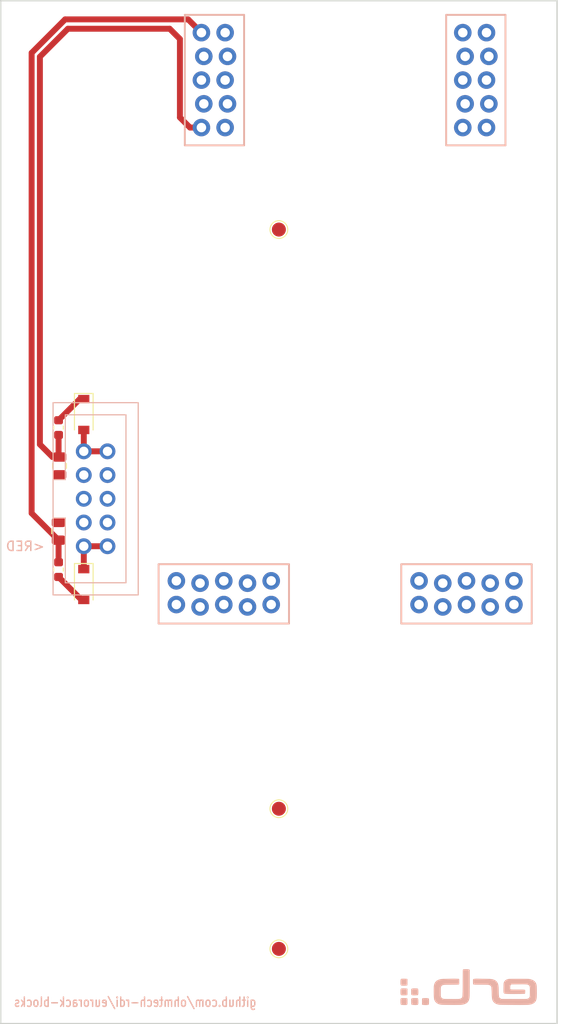
<source format=kicad_pcb>
(kicad_pcb (version 20171130) (host pcbnew "(5.1.9-0-10_14)")

  (general
    (thickness 1.6)
    (drawings 45)
    (tracks 25)
    (zones 0)
    (modules 16)
    (nets 43)
  )

  (page A4)
  (layers
    (0 F.Cu signal)
    (31 B.Cu signal)
    (32 B.Adhes user)
    (33 F.Adhes user)
    (34 B.Paste user)
    (35 F.Paste user)
    (36 B.SilkS user)
    (37 F.SilkS user)
    (38 B.Mask user)
    (39 F.Mask user)
    (40 Dwgs.User user)
    (41 Cmts.User user)
    (42 Eco1.User user)
    (43 Eco2.User user)
    (44 Edge.Cuts user)
    (45 Margin user)
    (46 B.CrtYd user hide)
    (47 F.CrtYd user)
    (48 B.Fab user hide)
    (49 F.Fab user hide)
  )

  (setup
    (last_trace_width 0.1524)
    (user_trace_width 0.1524)
    (user_trace_width 0.2032)
    (user_trace_width 0.254)
    (user_trace_width 0.3048)
    (user_trace_width 0.3556)
    (user_trace_width 0.4064)
    (user_trace_width 0.635)
    (trace_clearance 0.1524)
    (zone_clearance 0.508)
    (zone_45_only no)
    (trace_min 0.1524)
    (via_size 0.6858)
    (via_drill 0.3048)
    (via_min_size 0.6858)
    (via_min_drill 0.3048)
    (uvia_size 0.3048)
    (uvia_drill 0.1524)
    (uvias_allowed no)
    (uvia_min_size 0.2)
    (uvia_min_drill 0.1)
    (edge_width 0.15)
    (segment_width 0.15)
    (pcb_text_width 0.3)
    (pcb_text_size 1.5 1.5)
    (mod_edge_width 0.15)
    (mod_text_size 1 1)
    (mod_text_width 0.15)
    (pad_size 1.5 1.5)
    (pad_drill 0)
    (pad_to_mask_clearance 0.03)
    (solder_mask_min_width 0.07)
    (aux_axis_origin 0 0)
    (grid_origin 0.5 9.5)
    (visible_elements FFFFFF7F)
    (pcbplotparams
      (layerselection 0x010fc_ffffffff)
      (usegerberextensions false)
      (usegerberattributes false)
      (usegerberadvancedattributes false)
      (creategerberjobfile false)
      (excludeedgelayer true)
      (linewidth 0.100000)
      (plotframeref false)
      (viasonmask false)
      (mode 1)
      (useauxorigin false)
      (hpglpennumber 1)
      (hpglpenspeed 20)
      (hpglpendiameter 15.000000)
      (psnegative false)
      (psa4output false)
      (plotreference true)
      (plotvalue true)
      (plotinvisibletext false)
      (padsonsilk false)
      (subtractmaskfromsilk false)
      (outputformat 1)
      (mirror false)
      (drillshape 1)
      (scaleselection 1)
      (outputdirectory ""))
  )

  (net 0 "")
  (net 1 GND)
  (net 2 -12V)
  (net 3 +12V)
  (net 4 +3V3)
  (net 5 AI1)
  (net 6 AO1)
  (net 7 P1)
  (net 8 /board.power/+12E)
  (net 9 "Net-(D1-Pad1)")
  (net 10 /board.power/-12E)
  (net 11 "Net-(D2-Pad2)")
  (net 12 "Net-(A1-PadD1)")
  (net 13 "Net-(A1-PadD10)")
  (net 14 "Net-(A1-PadD2)")
  (net 15 "Net-(A1-PadD3)")
  (net 16 "Net-(A1-PadD8)")
  (net 17 "Net-(A1-PadD4)")
  (net 18 "Net-(A1-PadD7)")
  (net 19 "Net-(A1-PadD5)")
  (net 20 "Net-(A1-PadD6)")
  (net 21 "Net-(A1-PadC6)")
  (net 22 "Net-(A1-PadC5)")
  (net 23 "Net-(A1-PadC7)")
  (net 24 "Net-(A1-PadC4)")
  (net 25 "Net-(A1-PadC8)")
  (net 26 "Net-(A1-PadC3)")
  (net 27 "Net-(A1-PadC9)")
  (net 28 "Net-(A1-PadC2)")
  (net 29 "Net-(A1-PadC10)")
  (net 30 "Net-(A1-PadC1)")
  (net 31 "Net-(A1-PadB6)")
  (net 32 "Net-(A1-PadB5)")
  (net 33 "Net-(A1-PadB7)")
  (net 34 "Net-(A1-PadB8)")
  (net 35 "Net-(A1-PadB9)")
  (net 36 "Net-(A1-PadB10)")
  (net 37 "Net-(A1-PadB1)")
  (net 38 "Net-(A1-PadA2)")
  (net 39 "Net-(A1-PadA9)")
  (net 40 "Net-(A1-PadA3)")
  (net 41 "Net-(A1-PadA8)")
  (net 42 "Net-(A1-PadA6)")

  (net_class Default "This is the default net class."
    (clearance 0.1524)
    (trace_width 0.1524)
    (via_dia 0.6858)
    (via_drill 0.3048)
    (uvia_dia 0.3048)
    (uvia_drill 0.1524)
    (diff_pair_width 0.1524)
    (diff_pair_gap 0.1524)
    (add_net +12V)
    (add_net +3V3)
    (add_net -12V)
    (add_net /board.power/+12E)
    (add_net /board.power/-12E)
    (add_net AI1)
    (add_net AO1)
    (add_net GND)
    (add_net "Net-(A1-PadA2)")
    (add_net "Net-(A1-PadA3)")
    (add_net "Net-(A1-PadA6)")
    (add_net "Net-(A1-PadA8)")
    (add_net "Net-(A1-PadA9)")
    (add_net "Net-(A1-PadB1)")
    (add_net "Net-(A1-PadB10)")
    (add_net "Net-(A1-PadB5)")
    (add_net "Net-(A1-PadB6)")
    (add_net "Net-(A1-PadB7)")
    (add_net "Net-(A1-PadB8)")
    (add_net "Net-(A1-PadB9)")
    (add_net "Net-(A1-PadC1)")
    (add_net "Net-(A1-PadC10)")
    (add_net "Net-(A1-PadC2)")
    (add_net "Net-(A1-PadC3)")
    (add_net "Net-(A1-PadC4)")
    (add_net "Net-(A1-PadC5)")
    (add_net "Net-(A1-PadC6)")
    (add_net "Net-(A1-PadC7)")
    (add_net "Net-(A1-PadC8)")
    (add_net "Net-(A1-PadC9)")
    (add_net "Net-(A1-PadD1)")
    (add_net "Net-(A1-PadD10)")
    (add_net "Net-(A1-PadD2)")
    (add_net "Net-(A1-PadD3)")
    (add_net "Net-(A1-PadD4)")
    (add_net "Net-(A1-PadD5)")
    (add_net "Net-(A1-PadD6)")
    (add_net "Net-(A1-PadD7)")
    (add_net "Net-(A1-PadD8)")
    (add_net "Net-(D1-Pad1)")
    (add_net "Net-(D2-Pad2)")
    (add_net P1)
  )

  (module Socket_DaisyPatchSm:DaisyPatchSm locked (layer F.Cu) (tedit 60957EB6) (tstamp 626B95E7)
    (at 37.4 45 270)
    (path /608C5A2C)
    (fp_text reference A1 (at 0 0 270) (layer F.SilkS) hide
      (effects (font (size 1.27 1.27) (thickness 0.15)))
    )
    (fp_text value DaisyPatchSm_Rev1 (at 0 0 270) (layer F.SilkS) hide
      (effects (font (size 1.27 1.27) (thickness 0.15)))
    )
    (fp_line (start -20.015 17.175) (end -33.985 17.175) (layer B.SilkS) (width 0.2032))
    (fp_line (start -20.015 10.825) (end -20.015 17.175) (layer B.SilkS) (width 0.2032))
    (fp_line (start -33.985 10.825) (end -20.015 10.825) (layer B.SilkS) (width 0.2032))
    (fp_line (start -33.985 17.175) (end -33.985 10.825) (layer B.SilkS) (width 0.2032))
    (fp_poly (pts (xy -31.826 15.524) (xy -31.826 15.016) (xy -32.334 15.016) (xy -32.334 15.524)) (layer F.Fab) (width 0))
    (fp_poly (pts (xy -31.826 12.984) (xy -31.826 12.476) (xy -32.334 12.476) (xy -32.334 12.984)) (layer F.Fab) (width 0))
    (fp_poly (pts (xy -29.286 15.524) (xy -29.286 15.016) (xy -29.794 15.016) (xy -29.794 15.524)) (layer F.Fab) (width 0))
    (fp_poly (pts (xy -29.286 12.984) (xy -29.286 12.476) (xy -29.794 12.476) (xy -29.794 12.984)) (layer F.Fab) (width 0))
    (fp_poly (pts (xy -26.746 15.524) (xy -26.746 15.016) (xy -27.254 15.016) (xy -27.254 15.524)) (layer F.Fab) (width 0))
    (fp_poly (pts (xy -26.746 12.984) (xy -26.746 12.476) (xy -27.254 12.476) (xy -27.254 12.984)) (layer F.Fab) (width 0))
    (fp_poly (pts (xy -21.666 15.524) (xy -21.666 15.016) (xy -22.174 15.016) (xy -22.174 15.524)) (layer F.Fab) (width 0))
    (fp_poly (pts (xy -21.666 12.984) (xy -21.666 12.476) (xy -22.174 12.476) (xy -22.174 12.984)) (layer F.Fab) (width 0))
    (fp_poly (pts (xy -24.206 15.524) (xy -24.206 15.016) (xy -24.714 15.016) (xy -24.714 15.524)) (layer F.Fab) (width 0))
    (fp_poly (pts (xy -24.206 12.984) (xy -24.206 12.476) (xy -24.714 12.476) (xy -24.714 12.984)) (layer F.Fab) (width 0))
    (fp_line (start 24.825 19.985) (end 24.825 6.015) (layer B.SilkS) (width 0.2032))
    (fp_line (start 31.175 19.985) (end 24.825 19.985) (layer B.SilkS) (width 0.2032))
    (fp_line (start 31.175 6.015) (end 31.175 19.985) (layer B.SilkS) (width 0.2032))
    (fp_line (start 24.825 6.015) (end 31.175 6.015) (layer B.SilkS) (width 0.2032))
    (fp_poly (pts (xy 26.476 8.174) (xy 26.984 8.174) (xy 26.984 7.666) (xy 26.476 7.666)) (layer F.Fab) (width 0))
    (fp_poly (pts (xy 29.016 8.174) (xy 29.524 8.174) (xy 29.524 7.666) (xy 29.016 7.666)) (layer F.Fab) (width 0))
    (fp_poly (pts (xy 26.476 10.714) (xy 26.984 10.714) (xy 26.984 10.206) (xy 26.476 10.206)) (layer F.Fab) (width 0))
    (fp_poly (pts (xy 29.016 10.714) (xy 29.524 10.714) (xy 29.524 10.206) (xy 29.016 10.206)) (layer F.Fab) (width 0))
    (fp_poly (pts (xy 26.476 13.254) (xy 26.984 13.254) (xy 26.984 12.746) (xy 26.476 12.746)) (layer F.Fab) (width 0))
    (fp_poly (pts (xy 29.016 13.254) (xy 29.524 13.254) (xy 29.524 12.746) (xy 29.016 12.746)) (layer F.Fab) (width 0))
    (fp_poly (pts (xy 26.476 18.334) (xy 26.984 18.334) (xy 26.984 17.826) (xy 26.476 17.826)) (layer F.Fab) (width 0))
    (fp_poly (pts (xy 29.016 18.334) (xy 29.524 18.334) (xy 29.524 17.826) (xy 29.016 17.826)) (layer F.Fab) (width 0))
    (fp_poly (pts (xy 26.476 15.794) (xy 26.984 15.794) (xy 26.984 15.286) (xy 26.476 15.286)) (layer F.Fab) (width 0))
    (fp_poly (pts (xy 29.016 15.794) (xy 29.524 15.794) (xy 29.524 15.286) (xy 29.016 15.286)) (layer F.Fab) (width 0))
    (fp_line (start 24.825 -6.015) (end 24.825 -19.985) (layer B.SilkS) (width 0.2032))
    (fp_line (start 31.175 -6.015) (end 24.825 -6.015) (layer B.SilkS) (width 0.2032))
    (fp_line (start 31.175 -19.985) (end 31.175 -6.015) (layer B.SilkS) (width 0.2032))
    (fp_line (start 24.825 -19.985) (end 31.175 -19.985) (layer B.SilkS) (width 0.2032))
    (fp_poly (pts (xy 26.476 -17.826) (xy 26.984 -17.826) (xy 26.984 -18.334) (xy 26.476 -18.334)) (layer F.Fab) (width 0))
    (fp_poly (pts (xy 29.016 -17.826) (xy 29.524 -17.826) (xy 29.524 -18.334) (xy 29.016 -18.334)) (layer F.Fab) (width 0))
    (fp_poly (pts (xy 26.476 -15.286) (xy 26.984 -15.286) (xy 26.984 -15.794) (xy 26.476 -15.794)) (layer F.Fab) (width 0))
    (fp_poly (pts (xy 29.016 -15.286) (xy 29.524 -15.286) (xy 29.524 -15.794) (xy 29.016 -15.794)) (layer F.Fab) (width 0))
    (fp_poly (pts (xy 26.476 -12.746) (xy 26.984 -12.746) (xy 26.984 -13.254) (xy 26.476 -13.254)) (layer F.Fab) (width 0))
    (fp_poly (pts (xy 29.016 -12.746) (xy 29.524 -12.746) (xy 29.524 -13.254) (xy 29.016 -13.254)) (layer F.Fab) (width 0))
    (fp_poly (pts (xy 26.476 -7.666) (xy 26.984 -7.666) (xy 26.984 -8.174) (xy 26.476 -8.174)) (layer F.Fab) (width 0))
    (fp_poly (pts (xy 29.016 -7.666) (xy 29.524 -7.666) (xy 29.524 -8.174) (xy 29.016 -8.174)) (layer F.Fab) (width 0))
    (fp_poly (pts (xy 26.476 -10.206) (xy 26.984 -10.206) (xy 26.984 -10.714) (xy 26.476 -10.714)) (layer F.Fab) (width 0))
    (fp_poly (pts (xy 29.016 -10.206) (xy 29.524 -10.206) (xy 29.524 -10.714) (xy 29.016 -10.714)) (layer F.Fab) (width 0))
    (fp_line (start -20.015 -10.825) (end -33.985 -10.825) (layer B.SilkS) (width 0.2032))
    (fp_line (start -20.015 -17.175) (end -20.015 -10.825) (layer B.SilkS) (width 0.2032))
    (fp_line (start -33.985 -17.175) (end -20.015 -17.175) (layer B.SilkS) (width 0.2032))
    (fp_line (start -33.985 -10.825) (end -33.985 -17.175) (layer B.SilkS) (width 0.2032))
    (fp_poly (pts (xy -31.826 -12.476) (xy -31.826 -12.984) (xy -32.334 -12.984) (xy -32.334 -12.476)) (layer F.Fab) (width 0))
    (fp_poly (pts (xy -31.826 -15.016) (xy -31.826 -15.524) (xy -32.334 -15.524) (xy -32.334 -15.016)) (layer F.Fab) (width 0))
    (fp_poly (pts (xy -29.286 -12.476) (xy -29.286 -12.984) (xy -29.794 -12.984) (xy -29.794 -12.476)) (layer F.Fab) (width 0))
    (fp_poly (pts (xy -29.286 -15.016) (xy -29.286 -15.524) (xy -29.794 -15.524) (xy -29.794 -15.016)) (layer F.Fab) (width 0))
    (fp_poly (pts (xy -26.746 -12.476) (xy -26.746 -12.984) (xy -27.254 -12.984) (xy -27.254 -12.476)) (layer F.Fab) (width 0))
    (fp_poly (pts (xy -26.746 -15.016) (xy -26.746 -15.524) (xy -27.254 -15.524) (xy -27.254 -15.016)) (layer F.Fab) (width 0))
    (fp_poly (pts (xy -21.666 -12.476) (xy -21.666 -12.984) (xy -22.174 -12.984) (xy -22.174 -12.476)) (layer F.Fab) (width 0))
    (fp_poly (pts (xy -21.666 -15.016) (xy -21.666 -15.524) (xy -22.174 -15.524) (xy -22.174 -15.016)) (layer F.Fab) (width 0))
    (fp_poly (pts (xy -24.206 -12.476) (xy -24.206 -12.984) (xy -24.714 -12.984) (xy -24.714 -12.476)) (layer F.Fab) (width 0))
    (fp_poly (pts (xy -24.206 -15.016) (xy -24.206 -15.524) (xy -24.714 -15.524) (xy -24.714 -15.016)) (layer F.Fab) (width 0))
    (pad D1 thru_hole circle (at -32.08 -12.603 180) (size 1.8796 1.8796) (drill 1.016) (layers *.Cu *.Mask)
      (net 12 "Net-(A1-PadD1)") (solder_mask_margin 0.0762))
    (pad D10 thru_hole circle (at -32.08 -15.143 180) (size 1.8796 1.8796) (drill 1.016) (layers *.Cu *.Mask)
      (net 13 "Net-(A1-PadD10)") (solder_mask_margin 0.0762))
    (pad D2 thru_hole circle (at -29.54 -12.857 180) (size 1.8796 1.8796) (drill 1.016) (layers *.Cu *.Mask)
      (net 14 "Net-(A1-PadD2)") (solder_mask_margin 0.0762))
    (pad D9 thru_hole circle (at -29.54 -15.397 180) (size 1.8796 1.8796) (drill 1.016) (layers *.Cu *.Mask)
      (net 7 P1) (solder_mask_margin 0.0762))
    (pad D3 thru_hole circle (at -27 -12.603 180) (size 1.8796 1.8796) (drill 1.016) (layers *.Cu *.Mask)
      (net 15 "Net-(A1-PadD3)") (solder_mask_margin 0.0762))
    (pad D8 thru_hole circle (at -27 -15.143 180) (size 1.8796 1.8796) (drill 1.016) (layers *.Cu *.Mask)
      (net 16 "Net-(A1-PadD8)") (solder_mask_margin 0.0762))
    (pad D4 thru_hole circle (at -24.46 -12.857 180) (size 1.8796 1.8796) (drill 1.016) (layers *.Cu *.Mask)
      (net 17 "Net-(A1-PadD4)") (solder_mask_margin 0.0762))
    (pad D7 thru_hole circle (at -24.46 -15.397 180) (size 1.8796 1.8796) (drill 1.016) (layers *.Cu *.Mask)
      (net 18 "Net-(A1-PadD7)") (solder_mask_margin 0.0762))
    (pad D5 thru_hole circle (at -21.92 -12.603 180) (size 1.8796 1.8796) (drill 1.016) (layers *.Cu *.Mask)
      (net 19 "Net-(A1-PadD5)") (solder_mask_margin 0.0762))
    (pad D6 thru_hole circle (at -21.92 -15.143 180) (size 1.8796 1.8796) (drill 1.016) (layers *.Cu *.Mask)
      (net 20 "Net-(A1-PadD6)") (solder_mask_margin 0.0762))
    (pad C6 thru_hole circle (at 26.603 -18.08 90) (size 1.8796 1.8796) (drill 1.016) (layers *.Cu *.Mask)
      (net 21 "Net-(A1-PadC6)") (solder_mask_margin 0.0762))
    (pad C5 thru_hole circle (at 29.143 -18.08 90) (size 1.8796 1.8796) (drill 1.016) (layers *.Cu *.Mask)
      (net 22 "Net-(A1-PadC5)") (solder_mask_margin 0.0762))
    (pad C7 thru_hole circle (at 26.857 -15.54 90) (size 1.8796 1.8796) (drill 1.016) (layers *.Cu *.Mask)
      (net 23 "Net-(A1-PadC7)") (solder_mask_margin 0.0762))
    (pad C4 thru_hole circle (at 29.397 -15.54 90) (size 1.8796 1.8796) (drill 1.016) (layers *.Cu *.Mask)
      (net 24 "Net-(A1-PadC4)") (solder_mask_margin 0.0762))
    (pad C8 thru_hole circle (at 26.603 -13 90) (size 1.8796 1.8796) (drill 1.016) (layers *.Cu *.Mask)
      (net 25 "Net-(A1-PadC8)") (solder_mask_margin 0.0762))
    (pad C3 thru_hole circle (at 29.143 -13 90) (size 1.8796 1.8796) (drill 1.016) (layers *.Cu *.Mask)
      (net 26 "Net-(A1-PadC3)") (solder_mask_margin 0.0762))
    (pad C9 thru_hole circle (at 26.857 -10.46 90) (size 1.8796 1.8796) (drill 1.016) (layers *.Cu *.Mask)
      (net 27 "Net-(A1-PadC9)") (solder_mask_margin 0.0762))
    (pad C2 thru_hole circle (at 29.397 -10.46 90) (size 1.8796 1.8796) (drill 1.016) (layers *.Cu *.Mask)
      (net 28 "Net-(A1-PadC2)") (solder_mask_margin 0.0762))
    (pad C10 thru_hole circle (at 26.603 -7.92 90) (size 1.8796 1.8796) (drill 1.016) (layers *.Cu *.Mask)
      (net 29 "Net-(A1-PadC10)") (solder_mask_margin 0.0762))
    (pad C1 thru_hole circle (at 29.143 -7.92 90) (size 1.8796 1.8796) (drill 1.016) (layers *.Cu *.Mask)
      (net 30 "Net-(A1-PadC1)") (solder_mask_margin 0.0762))
    (pad B6 thru_hole circle (at 26.603 7.92 90) (size 1.8796 1.8796) (drill 1.016) (layers *.Cu *.Mask)
      (net 31 "Net-(A1-PadB6)") (solder_mask_margin 0.0762))
    (pad B5 thru_hole circle (at 29.143 7.92 90) (size 1.8796 1.8796) (drill 1.016) (layers *.Cu *.Mask)
      (net 32 "Net-(A1-PadB5)") (solder_mask_margin 0.0762))
    (pad B7 thru_hole circle (at 26.857 10.46 90) (size 1.8796 1.8796) (drill 1.016) (layers *.Cu *.Mask)
      (net 33 "Net-(A1-PadB7)") (solder_mask_margin 0.0762))
    (pad B4 thru_hole circle (at 29.397 10.46 90) (size 1.8796 1.8796) (drill 1.016) (layers *.Cu *.Mask)
      (net 5 AI1) (solder_mask_margin 0.0762))
    (pad B8 thru_hole circle (at 26.603 13 90) (size 1.8796 1.8796) (drill 1.016) (layers *.Cu *.Mask)
      (net 34 "Net-(A1-PadB8)") (solder_mask_margin 0.0762))
    (pad B3 thru_hole circle (at 29.143 13 90) (size 1.8796 1.8796) (drill 1.016) (layers *.Cu *.Mask)
      (net 1 GND) (solder_mask_margin 0.0762))
    (pad B9 thru_hole circle (at 26.857 15.54 90) (size 1.8796 1.8796) (drill 1.016) (layers *.Cu *.Mask)
      (net 35 "Net-(A1-PadB9)") (solder_mask_margin 0.0762))
    (pad B2 thru_hole circle (at 29.397 15.54 90) (size 1.8796 1.8796) (drill 1.016) (layers *.Cu *.Mask)
      (net 6 AO1) (solder_mask_margin 0.0762))
    (pad B10 thru_hole circle (at 26.603 18.08 90) (size 1.8796 1.8796) (drill 1.016) (layers *.Cu *.Mask)
      (net 36 "Net-(A1-PadB10)") (solder_mask_margin 0.0762))
    (pad B1 thru_hole circle (at 29.143 18.08 90) (size 1.8796 1.8796) (drill 1.016) (layers *.Cu *.Mask)
      (net 37 "Net-(A1-PadB1)") (solder_mask_margin 0.0762))
    (pad A1 thru_hole circle (at -32.08 15.397 180) (size 1.8796 1.8796) (drill 1.016) (layers *.Cu *.Mask)
      (net 2 -12V) (solder_mask_margin 0.0762))
    (pad A10 thru_hole circle (at -32.08 12.857 180) (size 1.8796 1.8796) (drill 1.016) (layers *.Cu *.Mask)
      (net 4 +3V3) (solder_mask_margin 0.0762))
    (pad A2 thru_hole circle (at -29.54 15.143 180) (size 1.8796 1.8796) (drill 1.016) (layers *.Cu *.Mask)
      (net 38 "Net-(A1-PadA2)") (solder_mask_margin 0.0762))
    (pad A9 thru_hole circle (at -29.54 12.603 180) (size 1.8796 1.8796) (drill 1.016) (layers *.Cu *.Mask)
      (net 39 "Net-(A1-PadA9)") (solder_mask_margin 0.0762))
    (pad A3 thru_hole circle (at -27 15.397 180) (size 1.8796 1.8796) (drill 1.016) (layers *.Cu *.Mask)
      (net 40 "Net-(A1-PadA3)") (solder_mask_margin 0.0762))
    (pad A8 thru_hole circle (at -27 12.857 180) (size 1.8796 1.8796) (drill 1.016) (layers *.Cu *.Mask)
      (net 41 "Net-(A1-PadA8)") (solder_mask_margin 0.0762))
    (pad A4 thru_hole circle (at -24.46 15.143 180) (size 1.8796 1.8796) (drill 1.016) (layers *.Cu *.Mask)
      (net 1 GND) (solder_mask_margin 0.0762))
    (pad A7 thru_hole circle (at -24.46 12.603 180) (size 1.8796 1.8796) (drill 1.016) (layers *.Cu *.Mask)
      (net 1 GND) (solder_mask_margin 0.0762))
    (pad A5 thru_hole circle (at -21.92 15.397 180) (size 1.8796 1.8796) (drill 1.016) (layers *.Cu *.Mask)
      (net 3 +12V) (solder_mask_margin 0.0762))
    (pad A6 thru_hole circle (at -21.92 12.857 180) (size 1.8796 1.8796) (drill 1.016) (layers *.Cu *.Mask)
      (net 42 "Net-(A1-PadA6)") (solder_mask_margin 0.0762))
  )

  (module Connector_IDC:IDC-Header_2x05_P2.54mm_Vertical (layer B.Cu) (tedit 60957E6C) (tstamp 626B96E2)
    (at 9.4 67.9)
    (descr "Through hole IDC box header, 2x05, 2.54mm pitch, DIN 41651 / IEC 60603-13, double rows, https://docs.google.com/spreadsheets/d/16SsEcesNF15N3Lb4niX7dcUr-NY5_MFPQhobNuNppn4/edit#gid=0")
    (tags "Through hole vertical IDC box header THT 2x05 2.54mm double row")
    (path /6095892F/6095C792)
    (fp_text reference J1 (at 1.27 6.1) (layer B.SilkS) hide
      (effects (font (size 1 1) (thickness 0.15)) (justify mirror))
    )
    (fp_text value "POWER BUS" (at 1.27 -16.26) (layer B.Fab) hide
      (effects (font (size 1 1) (thickness 0.15)) (justify mirror))
    )
    (fp_line (start 6.22 5.6) (end -3.68 5.6) (layer B.CrtYd) (width 0.05))
    (fp_line (start 6.22 -15.76) (end 6.22 5.6) (layer B.CrtYd) (width 0.05))
    (fp_line (start -3.68 -15.76) (end 6.22 -15.76) (layer B.CrtYd) (width 0.05))
    (fp_line (start -3.68 5.6) (end -3.68 -15.76) (layer B.CrtYd) (width 0.05))
    (fp_line (start -1.98 -7.13) (end -3.29 -7.13) (layer B.SilkS) (width 0.12))
    (fp_line (start -1.98 -7.13) (end -1.98 -7.13) (layer B.SilkS) (width 0.12))
    (fp_line (start -1.98 -14.07) (end -1.98 -7.13) (layer B.SilkS) (width 0.12))
    (fp_line (start 4.52 -14.07) (end -1.98 -14.07) (layer B.SilkS) (width 0.12))
    (fp_line (start 4.52 3.91) (end 4.52 -14.07) (layer B.SilkS) (width 0.12))
    (fp_line (start -1.98 3.91) (end 4.52 3.91) (layer B.SilkS) (width 0.12))
    (fp_line (start -1.98 -3.03) (end -1.98 3.91) (layer B.SilkS) (width 0.12))
    (fp_line (start -3.29 -3.03) (end -1.98 -3.03) (layer B.SilkS) (width 0.12))
    (fp_line (start -3.29 -15.37) (end -3.29 5.21) (layer B.SilkS) (width 0.12))
    (fp_line (start 5.83 -15.37) (end -3.29 -15.37) (layer B.SilkS) (width 0.12))
    (fp_line (start 5.83 5.21) (end 5.83 -15.37) (layer B.SilkS) (width 0.12))
    (fp_line (start -3.29 5.21) (end 5.83 5.21) (layer B.SilkS) (width 0.12))
    (fp_line (start -1.98 -7.13) (end -3.18 -7.13) (layer B.Fab) (width 0.1))
    (fp_line (start -1.98 -7.13) (end -1.98 -7.13) (layer B.Fab) (width 0.1))
    (fp_line (start -1.98 -14.07) (end -1.98 -7.13) (layer B.Fab) (width 0.1))
    (fp_line (start 4.52 -14.07) (end -1.98 -14.07) (layer B.Fab) (width 0.1))
    (fp_line (start 4.52 3.91) (end 4.52 -14.07) (layer B.Fab) (width 0.1))
    (fp_line (start -1.98 3.91) (end 4.52 3.91) (layer B.Fab) (width 0.1))
    (fp_line (start -1.98 -3.03) (end -1.98 3.91) (layer B.Fab) (width 0.1))
    (fp_line (start -3.18 -3.03) (end -1.98 -3.03) (layer B.Fab) (width 0.1))
    (fp_line (start -3.18 -15.26) (end -3.18 4.1) (layer B.Fab) (width 0.1))
    (fp_line (start 5.72 -15.26) (end -3.18 -15.26) (layer B.Fab) (width 0.1))
    (fp_line (start 5.72 5.1) (end 5.72 -15.26) (layer B.Fab) (width 0.1))
    (fp_line (start -2.18 5.1) (end 5.72 5.1) (layer B.Fab) (width 0.1))
    (fp_line (start -3.18 4.1) (end -2.18 5.1) (layer B.Fab) (width 0.1))
    (fp_circle (center 0 0) (end 0.635 -0.508) (layer B.Fab) (width 0.12))
    (fp_circle (center 2.54 0) (end 3.175 -0.508) (layer B.Fab) (width 0.12))
    (fp_circle (center 0 -2.54) (end 0.635 -3.048) (layer B.Fab) (width 0.12))
    (fp_circle (center 2.54 -2.54) (end 3.175 -3.048) (layer B.Fab) (width 0.12))
    (fp_circle (center 0 -5.08) (end 0.635 -5.588) (layer B.Fab) (width 0.12))
    (fp_circle (center 2.54 -5.08) (end 3.175 -5.588) (layer B.Fab) (width 0.12))
    (fp_circle (center 0 -7.62) (end 0.635 -8.128) (layer B.Fab) (width 0.12))
    (fp_circle (center 2.54 -7.62) (end 3.175 -8.128) (layer B.Fab) (width 0.12))
    (fp_circle (center 0 -10.16) (end 0.635 -10.668) (layer B.Fab) (width 0.12))
    (fp_circle (center 2.54 -10.16) (end 3.175 -10.668) (layer B.Fab) (width 0.12))
    (fp_text user %R (at 1.27 -5.08 270) (layer B.Fab) hide
      (effects (font (size 1 1) (thickness 0.15)) (justify mirror))
    )
    (pad 1 thru_hole oval (at 0 0) (size 1.7 1.7) (drill 1) (layers *.Cu *.Mask)
      (net 10 /board.power/-12E))
    (pad 3 thru_hole circle (at 0 -2.54) (size 1.7 1.7) (drill 1) (layers *.Cu *.Mask)
      (net 1 GND))
    (pad 5 thru_hole circle (at 0 -5.08) (size 1.7 1.7) (drill 1) (layers *.Cu *.Mask)
      (net 1 GND))
    (pad 7 thru_hole circle (at 0 -7.62) (size 1.7 1.7) (drill 1) (layers *.Cu *.Mask)
      (net 1 GND))
    (pad 9 thru_hole circle (at 0 -10.16) (size 1.7 1.7) (drill 1) (layers *.Cu *.Mask)
      (net 8 /board.power/+12E))
    (pad 2 thru_hole circle (at 2.54 0) (size 1.7 1.7) (drill 1) (layers *.Cu *.Mask)
      (net 10 /board.power/-12E))
    (pad 4 thru_hole circle (at 2.54 -2.54) (size 1.7 1.7) (drill 1) (layers *.Cu *.Mask)
      (net 1 GND))
    (pad 6 thru_hole circle (at 2.54 -5.08) (size 1.7 1.7) (drill 1) (layers *.Cu *.Mask)
      (net 1 GND))
    (pad 8 thru_hole circle (at 2.54 -7.62) (size 1.7 1.7) (drill 1) (layers *.Cu *.Mask)
      (net 1 GND))
    (pad 10 thru_hole circle (at 2.54 -10.16) (size 1.7 1.7) (drill 1) (layers *.Cu *.Mask)
      (net 8 /board.power/+12E))
    (model ${KISYS3DMOD}/Connector_IDC.3dshapes/IDC-Header_2x05_P2.54mm_Vertical.wrl
      (at (xyz 0 0 0))
      (scale (xyz 1 1 1))
      (rotate (xyz 0 0 0))
    )
  )

  (module Capacitor_SMD:C_0805_2012Metric (layer F.Cu) (tedit 5F68FEEE) (tstamp 626B981C)
    (at 6.7 66.3 270)
    (descr "Capacitor SMD 0805 (2012 Metric), square (rectangular) end terminal, IPC_7351 nominal, (Body size source: IPC-SM-782 page 76, https://www.pcb-3d.com/wordpress/wp-content/uploads/ipc-sm-782a_amendment_1_and_2.pdf, https://docs.google.com/spreadsheets/d/1BsfQQcO9C6DZCsRaXUlFlo91Tg2WpOkGARC1WS5S8t0/edit?usp=sharing), generated with kicad-footprint-generator")
    (tags capacitor)
    (path /6095892F/6095DF4D)
    (attr smd)
    (fp_text reference C2 (at 0 -1.68 90) (layer F.SilkS) hide
      (effects (font (size 1 1) (thickness 0.15)))
    )
    (fp_text value 10u (at -2.286 0 180) (layer F.Fab)
      (effects (font (size 1 1) (thickness 0.15)))
    )
    (fp_line (start 1.7 0.98) (end -1.7 0.98) (layer F.CrtYd) (width 0.05))
    (fp_line (start 1.7 -0.98) (end 1.7 0.98) (layer F.CrtYd) (width 0.05))
    (fp_line (start -1.7 -0.98) (end 1.7 -0.98) (layer F.CrtYd) (width 0.05))
    (fp_line (start -1.7 0.98) (end -1.7 -0.98) (layer F.CrtYd) (width 0.05))
    (fp_line (start -0.261252 0.735) (end 0.261252 0.735) (layer F.SilkS) (width 0.12))
    (fp_line (start -0.261252 -0.735) (end 0.261252 -0.735) (layer F.SilkS) (width 0.12))
    (fp_line (start 1 0.625) (end -1 0.625) (layer F.Fab) (width 0.1))
    (fp_line (start 1 -0.625) (end 1 0.625) (layer F.Fab) (width 0.1))
    (fp_line (start -1 -0.625) (end 1 -0.625) (layer F.Fab) (width 0.1))
    (fp_line (start -1 0.625) (end -1 -0.625) (layer F.Fab) (width 0.1))
    (fp_text user %R (at 0 0 90) (layer F.Fab)
      (effects (font (size 0.5 0.5) (thickness 0.08)))
    )
    (pad 2 smd roundrect (at 0.95 0 270) (size 1 1.45) (layers F.Cu F.Paste F.Mask) (roundrect_rratio 0.25)
      (net 2 -12V))
    (pad 1 smd roundrect (at -0.95 0 270) (size 1 1.45) (layers F.Cu F.Paste F.Mask) (roundrect_rratio 0.25)
      (net 1 GND))
    (model ${KISYS3DMOD}/Capacitor_SMD.3dshapes/C_0805_2012Metric.wrl
      (at (xyz 0 0 0))
      (scale (xyz 1 1 1))
      (rotate (xyz 0 0 0))
    )
  )

  (module Capacitor_SMD:C_0805_2012Metric (layer F.Cu) (tedit 5F68FEEE) (tstamp 626B97EC)
    (at 6.8 59.3 270)
    (descr "Capacitor SMD 0805 (2012 Metric), square (rectangular) end terminal, IPC_7351 nominal, (Body size source: IPC-SM-782 page 76, https://www.pcb-3d.com/wordpress/wp-content/uploads/ipc-sm-782a_amendment_1_and_2.pdf, https://docs.google.com/spreadsheets/d/1BsfQQcO9C6DZCsRaXUlFlo91Tg2WpOkGARC1WS5S8t0/edit?usp=sharing), generated with kicad-footprint-generator")
    (tags capacitor)
    (path /6095892F/6095F9C0)
    (attr smd)
    (fp_text reference C1 (at 0 -1.68 90) (layer F.SilkS) hide
      (effects (font (size 1 1) (thickness 0.15)))
    )
    (fp_text value 10u (at 2.286 0) (layer F.Fab)
      (effects (font (size 1 1) (thickness 0.15)))
    )
    (fp_line (start -1 0.625) (end -1 -0.625) (layer F.Fab) (width 0.1))
    (fp_line (start -1 -0.625) (end 1 -0.625) (layer F.Fab) (width 0.1))
    (fp_line (start 1 -0.625) (end 1 0.625) (layer F.Fab) (width 0.1))
    (fp_line (start 1 0.625) (end -1 0.625) (layer F.Fab) (width 0.1))
    (fp_line (start -0.261252 -0.735) (end 0.261252 -0.735) (layer F.SilkS) (width 0.12))
    (fp_line (start -0.261252 0.735) (end 0.261252 0.735) (layer F.SilkS) (width 0.12))
    (fp_line (start -1.7 0.98) (end -1.7 -0.98) (layer F.CrtYd) (width 0.05))
    (fp_line (start -1.7 -0.98) (end 1.7 -0.98) (layer F.CrtYd) (width 0.05))
    (fp_line (start 1.7 -0.98) (end 1.7 0.98) (layer F.CrtYd) (width 0.05))
    (fp_line (start 1.7 0.98) (end -1.7 0.98) (layer F.CrtYd) (width 0.05))
    (fp_text user %R (at 0 0 90) (layer F.Fab)
      (effects (font (size 0.5 0.5) (thickness 0.08)))
    )
    (pad 1 smd roundrect (at -0.95 0 270) (size 1 1.45) (layers F.Cu F.Paste F.Mask) (roundrect_rratio 0.25)
      (net 3 +12V))
    (pad 2 smd roundrect (at 0.95 0 270) (size 1 1.45) (layers F.Cu F.Paste F.Mask) (roundrect_rratio 0.25)
      (net 1 GND))
    (model ${KISYS3DMOD}/Capacitor_SMD.3dshapes/C_0805_2012Metric.wrl
      (at (xyz 0 0 0))
      (scale (xyz 1 1 1))
      (rotate (xyz 0 0 0))
    )
  )

  (module Logo_Erb:ErbLog.15mm (layer B.Cu) (tedit 0) (tstamp 60D67864)
    (at 50.7 115 180)
    (path /609EA577)
    (fp_text reference H1 (at 0 0) (layer B.SilkS) hide
      (effects (font (size 1.524 1.524) (thickness 0.3)) (justify mirror))
    )
    (fp_text value "ERB LOGO" (at 0.75 0) (layer B.SilkS) hide
      (effects (font (size 1.524 1.524) (thickness 0.3)) (justify mirror))
    )
    (fp_poly (pts (xy 7.13509 0.804001) (xy 7.228133 0.799163) (xy 7.292107 0.784061) (xy 7.332448 0.752937)
      (xy 7.354592 0.700032) (xy 7.363972 0.619587) (xy 7.366025 0.505842) (xy 7.366 0.424534)
      (xy 7.365875 0.296043) (xy 7.361669 0.20228) (xy 7.347636 0.137801) (xy 7.31803 0.097162)
      (xy 7.267106 0.07492) (xy 7.189115 0.065631) (xy 7.078314 0.063851) (xy 6.985581 0.064144)
      (xy 6.876947 0.065923) (xy 6.781448 0.07034) (xy 6.708175 0.076769) (xy 6.666216 0.084587)
      (xy 6.662208 0.086362) (xy 6.647978 0.09889) (xy 6.637892 0.121555) (xy 6.631259 0.160869)
      (xy 6.627387 0.223344) (xy 6.625587 0.315491) (xy 6.625166 0.435493) (xy 6.625166 0.763048)
      (xy 6.679461 0.783691) (xy 6.720866 0.79155) (xy 6.794498 0.798032) (xy 6.890258 0.802501)
      (xy 6.998044 0.804321) (xy 7.007544 0.804333) (xy 7.13509 0.804001)) (layer B.SilkS) (width 0.01))
    (fp_poly (pts (xy 7.136455 -0.233236) (xy 7.230058 -0.238332) (xy 7.293998 -0.253955) (xy 7.333921 -0.285939)
      (xy 7.355469 -0.340115) (xy 7.364289 -0.422318) (xy 7.366025 -0.53838) (xy 7.366 -0.60325)
      (xy 7.365645 -0.736557) (xy 7.360755 -0.83335) (xy 7.34559 -0.899431) (xy 7.31441 -0.940602)
      (xy 7.261474 -0.962666) (xy 7.181043 -0.971423) (xy 7.067377 -0.972677) (xy 7.000875 -0.972325)
      (xy 6.892098 -0.970414) (xy 6.795275 -0.966149) (xy 6.720052 -0.960133) (xy 6.676076 -0.952969)
      (xy 6.672791 -0.95184) (xy 6.654773 -0.943052) (xy 6.641989 -0.929139) (xy 6.633541 -0.903536)
      (xy 6.628532 -0.859679) (xy 6.626066 -0.791002) (xy 6.625244 -0.690941) (xy 6.625166 -0.603408)
      (xy 6.625166 -0.274119) (xy 6.679461 -0.253476) (xy 6.720866 -0.245617) (xy 6.794498 -0.239135)
      (xy 6.890258 -0.234666) (xy 6.998044 -0.232845) (xy 7.007544 -0.232833) (xy 7.136455 -0.233236)) (layer B.SilkS) (width 0.01))
    (fp_poly (pts (xy 5.846045 -0.232833) (xy 5.980614 -0.233108) (xy 6.078649 -0.237717) (xy 6.145928 -0.252338)
      (xy 6.188229 -0.28265) (xy 6.21133 -0.334329) (xy 6.221009 -0.413054) (xy 6.223045 -0.524502)
      (xy 6.223 -0.60325) (xy 6.222645 -0.736557) (xy 6.217755 -0.83335) (xy 6.20259 -0.899431)
      (xy 6.17141 -0.940602) (xy 6.118474 -0.962666) (xy 6.038043 -0.971423) (xy 5.924377 -0.972677)
      (xy 5.857875 -0.972325) (xy 5.749234 -0.970447) (xy 5.65268 -0.966273) (xy 5.577809 -0.96039)
      (xy 5.534222 -0.953389) (xy 5.530959 -0.952272) (xy 5.502317 -0.932515) (xy 5.48203 -0.896225)
      (xy 5.469204 -0.837858) (xy 5.462941 -0.751869) (xy 5.462346 -0.632713) (xy 5.464408 -0.54052)
      (xy 5.467853 -0.430172) (xy 5.474793 -0.349938) (xy 5.49117 -0.295026) (xy 5.522927 -0.260646)
      (xy 5.576005 -0.242006) (xy 5.656347 -0.234317) (xy 5.769896 -0.232786) (xy 5.846045 -0.232833)) (layer B.SilkS) (width 0.01))
    (fp_poly (pts (xy 7.133546 -1.270069) (xy 7.229169 -1.274168) (xy 7.294227 -1.288133) (xy 7.334585 -1.3178)
      (xy 7.356107 -1.369007) (xy 7.36466 -1.44759) (xy 7.366108 -1.559386) (xy 7.366 -1.632746)
      (xy 7.364668 -1.761301) (xy 7.360313 -1.853469) (xy 7.352395 -1.915124) (xy 7.340374 -1.95214)
      (xy 7.336001 -1.959163) (xy 7.31987 -1.975804) (xy 7.29502 -1.987607) (xy 7.254243 -1.995632)
      (xy 7.190333 -2.000938) (xy 7.096083 -2.004584) (xy 7.013209 -2.006607) (xy 6.890693 -2.008443)
      (xy 6.80304 -2.007362) (xy 6.742841 -2.002764) (xy 6.70269 -1.994047) (xy 6.675179 -1.980609)
      (xy 6.672791 -1.978949) (xy 6.654409 -1.963845) (xy 6.641486 -1.944453) (xy 6.633063 -1.913731)
      (xy 6.62818 -1.864637) (xy 6.625879 -1.790128) (xy 6.625199 -1.683163) (xy 6.625166 -1.629378)
      (xy 6.625566 -1.506859) (xy 6.627311 -1.419921) (xy 6.631219 -1.361815) (xy 6.638111 -1.325793)
      (xy 6.648804 -1.305105) (xy 6.664117 -1.293002) (xy 6.666108 -1.291911) (xy 6.701702 -1.28386)
      (xy 6.770624 -1.27715) (xy 6.863876 -1.272368) (xy 6.972458 -1.270104) (xy 7.001494 -1.27)
      (xy 7.133546 -1.270069)) (layer B.SilkS) (width 0.01))
    (fp_poly (pts (xy 5.846045 -1.27) (xy 5.981701 -1.270298) (xy 6.080655 -1.275015) (xy 6.14852 -1.28989)
      (xy 6.190907 -1.32066) (xy 6.213428 -1.37306) (xy 6.221694 -1.452829) (xy 6.221318 -1.565702)
      (xy 6.21928 -1.651575) (xy 6.214436 -1.788366) (xy 6.207056 -1.885787) (xy 6.196828 -1.946741)
      (xy 6.18496 -1.972794) (xy 6.153752 -1.983632) (xy 6.08976 -1.992694) (xy 6.002504 -1.999726)
      (xy 5.901507 -2.004474) (xy 5.796289 -2.006683) (xy 5.696373 -2.006101) (xy 5.611278 -2.002472)
      (xy 5.550528 -1.995543) (xy 5.530959 -1.990241) (xy 5.502289 -1.969955) (xy 5.481993 -1.933235)
      (xy 5.469174 -1.874505) (xy 5.462931 -1.788189) (xy 5.462365 -1.668711) (xy 5.464408 -1.577687)
      (xy 5.467853 -1.467339) (xy 5.474793 -1.387104) (xy 5.49117 -1.332193) (xy 5.522927 -1.297812)
      (xy 5.576005 -1.279173) (xy 5.656347 -1.271483) (xy 5.769896 -1.269952) (xy 5.846045 -1.27)) (layer B.SilkS) (width 0.01))
    (fp_poly (pts (xy 4.689808 -1.27) (xy 4.799029 -1.271565) (xy 4.895546 -1.27585) (xy 4.970133 -1.282238)
      (xy 5.013568 -1.290114) (xy 5.017891 -1.291911) (xy 5.033497 -1.303246) (xy 5.044559 -1.322241)
      (xy 5.051848 -1.355503) (xy 5.056138 -1.409638) (xy 5.058203 -1.491253) (xy 5.058816 -1.606953)
      (xy 5.058833 -1.641685) (xy 5.058833 -1.969548) (xy 5.004538 -1.99019) (xy 4.963757 -1.997517)
      (xy 4.891457 -2.00313) (xy 4.798426 -2.006925) (xy 4.695447 -2.008795) (xy 4.593306 -2.008631)
      (xy 4.502788 -2.006329) (xy 4.434679 -2.001781) (xy 4.402666 -1.996144) (xy 4.369992 -1.979437)
      (xy 4.346819 -1.952036) (xy 4.331591 -1.907336) (xy 4.322756 -1.838734) (xy 4.318758 -1.739627)
      (xy 4.318 -1.636371) (xy 4.318341 -1.504817) (xy 4.323245 -1.409224) (xy 4.338533 -1.343858)
      (xy 4.370023 -1.302984) (xy 4.423536 -1.280867) (xy 4.504892 -1.271772) (xy 4.619911 -1.269963)
      (xy 4.689808 -1.27)) (layer B.SilkS) (width 0.01))
    (fp_poly (pts (xy 0.425629 1.821929) (xy 0.52387 1.81797) (xy 0.603283 1.810156) (xy 0.653793 1.798387)
      (xy 0.662067 1.793875) (xy 0.669074 1.785818) (xy 0.675133 1.770945) (xy 0.680332 1.746243)
      (xy 0.684759 1.7087) (xy 0.688503 1.655304) (xy 0.691653 1.583042) (xy 0.694296 1.488902)
      (xy 0.69652 1.369871) (xy 0.698416 1.222938) (xy 0.70007 1.045091) (xy 0.701571 0.833316)
      (xy 0.703008 0.584602) (xy 0.704157 0.359833) (xy 0.705595 0.070186) (xy 0.707023 -0.180221)
      (xy 0.708696 -0.394479) (xy 0.71087 -0.57568) (xy 0.7138 -0.726915) (xy 0.717741 -0.851277)
      (xy 0.72295 -0.951857) (xy 0.729681 -1.031747) (xy 0.738189 -1.094039) (xy 0.748731 -1.141825)
      (xy 0.761561 -1.178196) (xy 0.776935 -1.206244) (xy 0.795108 -1.229061) (xy 0.816336 -1.24974)
      (xy 0.838749 -1.269502) (xy 0.87135 -1.295417) (xy 0.90746 -1.316876) (xy 0.951126 -1.33425)
      (xy 1.006395 -1.347911) (xy 1.077313 -1.358231) (xy 1.167927 -1.365582) (xy 1.282284 -1.370335)
      (xy 1.42443 -1.372863) (xy 1.598412 -1.373537) (xy 1.808278 -1.372729) (xy 1.950996 -1.371704)
      (xy 2.158299 -1.369969) (xy 2.327722 -1.368217) (xy 2.463719 -1.366191) (xy 2.570744 -1.363637)
      (xy 2.653249 -1.360299) (xy 2.715688 -1.355919) (xy 2.762514 -1.350244) (xy 2.798181 -1.343017)
      (xy 2.827142 -1.333982) (xy 2.85385 -1.322883) (xy 2.861451 -1.319408) (xy 2.941225 -1.270842)
      (xy 2.996714 -1.204487) (xy 3.009618 -1.181824) (xy 3.025326 -1.150656) (xy 3.03726 -1.119652)
      (xy 3.045937 -1.082701) (xy 3.051875 -1.03369) (xy 3.055592 -0.966505) (xy 3.057603 -0.875035)
      (xy 3.058428 -0.753165) (xy 3.058583 -0.60325) (xy 3.058408 -0.446748) (xy 3.057539 -0.326465)
      (xy 3.055457 -0.236291) (xy 3.051647 -0.170111) (xy 3.04559 -0.121813) (xy 3.036769 -0.085284)
      (xy 3.024667 -0.054411) (xy 3.009618 -0.024675) (xy 2.957539 0.049194) (xy 2.88595 0.100839)
      (xy 2.861451 0.112908) (xy 2.834628 0.124604) (xy 2.806788 0.134174) (xy 2.773487 0.14187)
      (xy 2.730283 0.147949) (xy 2.672732 0.152663) (xy 2.59639 0.156268) (xy 2.496815 0.159019)
      (xy 2.369562 0.161169) (xy 2.210188 0.162973) (xy 2.01425 0.164686) (xy 1.948085 0.165217)
      (xy 1.707239 0.167728) (xy 1.506115 0.17111) (xy 1.345217 0.175346) (xy 1.225047 0.180419)
      (xy 1.146109 0.186311) (xy 1.108905 0.193004) (xy 1.10671 0.194267) (xy 1.09422 0.219525)
      (xy 1.08579 0.273882) (xy 1.081018 0.361705) (xy 1.0795 0.487359) (xy 1.0795 0.488681)
      (xy 1.079921 0.600766) (xy 1.081946 0.677968) (xy 1.086713 0.727735) (xy 1.095364 0.757514)
      (xy 1.109039 0.774753) (xy 1.124824 0.784768) (xy 1.15944 0.791625) (xy 1.230999 0.796882)
      (xy 1.334145 0.800621) (xy 1.46352 0.802923) (xy 1.613768 0.80387) (xy 1.779533 0.803544)
      (xy 1.955458 0.802026) (xy 2.136185 0.799398) (xy 2.316359 0.795741) (xy 2.490622 0.791138)
      (xy 2.653618 0.785669) (xy 2.799991 0.779417) (xy 2.924383 0.772464) (xy 3.021437 0.76489)
      (xy 3.085798 0.756778) (xy 3.095964 0.754719) (xy 3.292666 0.695355) (xy 3.453813 0.614778)
      (xy 3.581809 0.510517) (xy 3.679058 0.380102) (xy 3.747962 0.221065) (xy 3.789182 0.042333)
      (xy 3.798156 -0.041461) (xy 3.80443 -0.155905) (xy 3.808151 -0.293947) (xy 3.809462 -0.448538)
      (xy 3.808509 -0.612625) (xy 3.805438 -0.779159) (xy 3.800393 -0.941087) (xy 3.793521 -1.09136)
      (xy 3.784966 -1.222926) (xy 3.774874 -1.328734) (xy 3.76339 -1.401734) (xy 3.759088 -1.418167)
      (xy 3.686416 -1.585594) (xy 3.582932 -1.72404) (xy 3.448872 -1.833242) (xy 3.330853 -1.89476)
      (xy 3.275031 -1.917019) (xy 3.218652 -1.935738) (xy 3.157511 -1.951256) (xy 3.087399 -1.963907)
      (xy 3.00411 -1.97403) (xy 2.903438 -1.98196) (xy 2.781175 -1.988034) (xy 2.633114 -1.992589)
      (xy 2.455048 -1.995961) (xy 2.242771 -1.998487) (xy 2.010833 -2.000372) (xy 1.807984 -2.001409)
      (xy 1.612307 -2.001671) (xy 1.429132 -2.001203) (xy 1.263793 -2.000052) (xy 1.121621 -1.998261)
      (xy 1.007948 -1.995876) (xy 0.928107 -1.992943) (xy 0.898881 -1.990959) (xy 0.672379 -1.958574)
      (xy 0.481891 -1.906378) (xy 0.325047 -1.832415) (xy 0.199477 -1.734726) (xy 0.102809 -1.611355)
      (xy 0.032674 -1.460343) (xy -0.0133 -1.279735) (xy -0.021067 -1.23131) (xy -0.024698 -1.185034)
      (xy -0.028114 -1.100126) (xy -0.031266 -0.980284) (xy -0.034104 -0.829211) (xy -0.036581 -0.650607)
      (xy -0.038645 -0.448171) (xy -0.040248 -0.225603) (xy -0.041341 0.013394) (xy -0.041874 0.265123)
      (xy -0.041915 0.332175) (xy -0.042334 1.754433) (xy 0.004709 1.787383) (xy 0.045931 1.801206)
      (xy 0.118712 1.811672) (xy 0.212972 1.81868) (xy 0.318637 1.822133) (xy 0.425629 1.821929)) (layer B.SilkS) (width 0.01))
    (fp_poly (pts (xy -0.687106 0.803524) (xy -0.58971 0.79807) (xy -0.516987 0.787692) (xy -0.465406 0.771276)
      (xy -0.431436 0.747707) (xy -0.411546 0.715872) (xy -0.402206 0.674656) (xy -0.399883 0.622946)
      (xy -0.401047 0.559627) (xy -0.402167 0.485442) (xy -0.404086 0.386276) (xy -0.409279 0.299816)
      (xy -0.4169 0.236678) (xy -0.424079 0.210275) (xy -0.431375 0.199597) (xy -0.443443 0.190955)
      (xy -0.464445 0.184134) (xy -0.498541 0.17892) (xy -0.549894 0.175097) (xy -0.622666 0.172451)
      (xy -0.721018 0.170767) (xy -0.849112 0.169829) (xy -1.011111 0.169423) (xy -1.211175 0.169334)
      (xy -1.216787 0.169333) (xy -1.435661 0.168658) (xy -1.629507 0.166688) (xy -1.794994 0.163512)
      (xy -1.928789 0.159217) (xy -2.027562 0.153891) (xy -2.087981 0.14762) (xy -2.094915 0.146315)
      (xy -2.205413 0.104458) (xy -2.294222 0.034559) (xy -2.353305 -0.05622) (xy -2.366562 -0.095767)
      (xy -2.373094 -0.140347) (xy -2.379988 -0.220223) (xy -2.386836 -0.328368) (xy -2.393228 -0.457751)
      (xy -2.398755 -0.601343) (xy -2.401677 -0.6985) (xy -2.408282 -0.902942) (xy -2.416699 -1.070737)
      (xy -2.427828 -1.20756) (xy -2.442569 -1.319088) (xy -2.461825 -1.410998) (xy -2.486494 -1.488964)
      (xy -2.517479 -1.558663) (xy -2.546432 -1.610644) (xy -2.642411 -1.734017) (xy -2.768747 -1.833313)
      (xy -2.927684 -1.909876) (xy -3.121467 -1.965045) (xy -3.148558 -1.970563) (xy -3.192038 -1.974963)
      (xy -3.273541 -1.979132) (xy -3.388756 -1.983044) (xy -3.533373 -1.986675) (xy -3.703083 -1.989997)
      (xy -3.893575 -1.992987) (xy -4.100539 -1.995618) (xy -4.319665 -1.997865) (xy -4.546643 -1.999703)
      (xy -4.777162 -2.001105) (xy -5.006913 -2.002047) (xy -5.231585 -2.002502) (xy -5.446869 -2.002446)
      (xy -5.648453 -2.001853) (xy -5.832028 -2.000697) (xy -5.993285 -1.998953) (xy -6.127911 -1.996595)
      (xy -6.231599 -1.993598) (xy -6.300036 -1.989936) (xy -6.307667 -1.989263) (xy -6.513186 -1.961543)
      (xy -6.68349 -1.920348) (xy -6.824124 -1.863644) (xy -6.940632 -1.7894) (xy -7.002169 -1.734685)
      (xy -7.063243 -1.66658) (xy -7.113507 -1.592796) (xy -7.153808 -1.508842) (xy -7.184991 -1.410224)
      (xy -7.207904 -1.292453) (xy -7.223393 -1.151036) (xy -7.232305 -0.981481) (xy -7.235487 -0.779298)
      (xy -7.233786 -0.539994) (xy -7.233295 -0.508646) (xy -7.229621 -0.316477) (xy -7.225052 -0.160809)
      (xy -7.218817 -0.03581) (xy -7.210145 0.064352) (xy -7.198265 0.145509) (xy -7.182404 0.213493)
      (xy -7.161792 0.274135) (xy -7.135657 0.333269) (xy -7.117022 0.370417) (xy -7.027936 0.496734)
      (xy -6.902096 0.602347) (xy -6.739769 0.687084) (xy -6.541224 0.750774) (xy -6.515698 0.756828)
      (xy -6.474919 0.765109) (xy -6.4284 0.772035) (xy -6.372178 0.777727) (xy -6.302292 0.782304)
      (xy -6.214779 0.785884) (xy -6.105678 0.788589) (xy -5.971027 0.790536) (xy -5.806864 0.791845)
      (xy -5.609226 0.792637) (xy -5.374153 0.793029) (xy -5.312834 0.793077) (xy -5.059806 0.792995)
      (xy -4.845696 0.792343) (xy -4.66709 0.791035) (xy -4.520576 0.788989) (xy -4.402741 0.786119)
      (xy -4.31017 0.782343) (xy -4.239453 0.777575) (xy -4.187175 0.771733) (xy -4.149923 0.764731)
      (xy -4.148667 0.764418) (xy -4.00184 0.716645) (xy -3.888442 0.653044) (xy -3.800727 0.567627)
      (xy -3.730949 0.454405) (xy -3.721211 0.433917) (xy -3.705554 0.397565) (xy -3.693519 0.361066)
      (xy -3.684525 0.318171) (xy -3.677989 0.262633) (xy -3.673329 0.188202) (xy -3.669965 0.08863)
      (xy -3.667315 -0.042331) (xy -3.665442 -0.165136) (xy -3.663477 -0.325322) (xy -3.662924 -0.448738)
      (xy -3.664068 -0.540933) (xy -3.667193 -0.607454) (xy -3.672585 -0.653851) (xy -3.680529 -0.685672)
      (xy -3.691309 -0.708465) (xy -3.693513 -0.711945) (xy -3.710798 -0.736858) (xy -3.729663 -0.757832)
      (xy -3.753685 -0.775205) (xy -3.786442 -0.789315) (xy -3.831511 -0.800499) (xy -3.892468 -0.809095)
      (xy -3.97289 -0.815439) (xy -4.076355 -0.819869) (xy -4.20644 -0.822723) (xy -4.366721 -0.824338)
      (xy -4.560776 -0.82505) (xy -4.792181 -0.825198) (xy -4.894112 -0.825176) (xy -5.120975 -0.824695)
      (xy -5.327148 -0.823446) (xy -5.509378 -0.82149) (xy -5.664416 -0.81889) (xy -5.789011 -0.815709)
      (xy -5.879911 -0.812009) (xy -5.933866 -0.807852) (xy -5.947636 -0.804903) (xy -5.96636 -0.776971)
      (xy -5.978981 -0.717652) (xy -5.9866 -0.621659) (xy -5.986802 -0.617305) (xy -5.99077 -0.551048)
      (xy -5.993461 -0.497175) (xy -5.990987 -0.454415) (xy -5.979459 -0.421495) (xy -5.954987 -0.397142)
      (xy -5.913683 -0.380085) (xy -5.851658 -0.369052) (xy -5.765023 -0.36277) (xy -5.649888 -0.359967)
      (xy -5.502365 -0.359371) (xy -5.318564 -0.359709) (xy -5.199718 -0.359833) (xy -4.991213 -0.359499)
      (xy -4.821405 -0.358411) (xy -4.686661 -0.356441) (xy -4.583348 -0.353459) (xy -4.507834 -0.349336)
      (xy -4.456486 -0.343945) (xy -4.425673 -0.337156) (xy -4.415043 -0.332012) (xy -4.396934 -0.313248)
      (xy -4.386391 -0.283501) (xy -4.382157 -0.233646) (xy -4.38298 -0.154559) (xy -4.384539 -0.11022)
      (xy -4.389169 -0.016609) (xy -4.396164 0.04551) (xy -4.408364 0.086977) (xy -4.428611 0.118631)
      (xy -4.450751 0.142417) (xy -4.509419 0.201083) (xy -5.297418 0.20783) (xy -5.526306 0.209439)
      (xy -5.717011 0.209732) (xy -5.873675 0.208312) (xy -6.000439 0.204785) (xy -6.101444 0.198755)
      (xy -6.180831 0.189824) (xy -6.242741 0.177599) (xy -6.291314 0.161681) (xy -6.330693 0.141677)
      (xy -6.365018 0.11719) (xy -6.380249 0.104313) (xy -6.416097 0.068891) (xy -6.444126 0.029377)
      (xy -6.465169 -0.019562) (xy -6.480061 -0.083257) (xy -6.489635 -0.167038) (xy -6.494725 -0.276238)
      (xy -6.496165 -0.416188) (xy -6.494789 -0.592219) (xy -6.494349 -0.625146) (xy -6.491869 -0.783096)
      (xy -6.48904 -0.904609) (xy -6.485345 -0.995581) (xy -6.480264 -1.061909) (xy -6.473278 -1.109487)
      (xy -6.46387 -1.144213) (xy -6.451518 -1.171981) (xy -6.44525 -1.183121) (xy -6.383449 -1.263865)
      (xy -6.304562 -1.317594) (xy -6.1977 -1.351302) (xy -6.177025 -1.355351) (xy -6.126481 -1.360361)
      (xy -6.034867 -1.364528) (xy -5.903437 -1.367837) (xy -5.733444 -1.370276) (xy -5.526143 -1.37183)
      (xy -5.282789 -1.372485) (xy -5.004637 -1.372227) (xy -4.748275 -1.371309) (xy -3.439584 -1.36525)
      (xy -3.345416 -1.312333) (xy -3.295507 -1.282824) (xy -3.25573 -1.25319) (xy -3.224789 -1.218369)
      (xy -3.201389 -1.173297) (xy -3.184233 -1.112911) (xy -3.172026 -1.032148) (xy -3.163474 -0.925945)
      (xy -3.157279 -0.789239) (xy -3.152147 -0.616966) (xy -3.150438 -0.550333) (xy -3.144698 -0.35066)
      (xy -3.138027 -0.187597) (xy -3.129617 -0.055418) (xy -3.118659 0.051601) (xy -3.104347 0.139182)
      (xy -3.085872 0.213052) (xy -3.062428 0.278933) (xy -3.033207 0.342551) (xy -3.021187 0.365871)
      (xy -2.933375 0.497727) (xy -2.822083 0.599257) (xy -2.696219 0.670632) (xy -2.63572 0.697155)
      (xy -2.577136 0.719399) (xy -2.516072 0.737795) (xy -2.448131 0.752774) (xy -2.368914 0.764766)
      (xy -2.274026 0.774205) (xy -2.159069 0.781521) (xy -2.019646 0.787145) (xy -1.85136 0.791509)
      (xy -1.649815 0.795044) (xy -1.410612 0.798182) (xy -1.394042 0.798378) (xy -1.162643 0.80148)
      (xy -0.970041 0.804115) (xy -0.812706 0.805168) (xy -0.687106 0.803524)) (layer B.SilkS) (width 0.01))
  )

  (module Diode_SMD:D_SOD-123 (layer F.Cu) (tedit 58645DC7) (tstamp 626B97AC)
    (at 9.4 53.8 270)
    (descr SOD-123)
    (tags SOD-123)
    (path /6095892F/5FCFEAAA)
    (attr smd)
    (fp_text reference D1 (at 0 -2 90) (layer F.SilkS) hide
      (effects (font (size 1 1) (thickness 0.15)))
    )
    (fp_text value D_Schottky (at 0 -1.905 90) (layer F.Fab)
      (effects (font (size 1 1) (thickness 0.15)))
    )
    (fp_line (start -2.25 -1) (end -2.25 1) (layer F.SilkS) (width 0.12))
    (fp_line (start 0.25 0) (end 0.75 0) (layer F.Fab) (width 0.1))
    (fp_line (start 0.25 0.4) (end -0.35 0) (layer F.Fab) (width 0.1))
    (fp_line (start 0.25 -0.4) (end 0.25 0.4) (layer F.Fab) (width 0.1))
    (fp_line (start -0.35 0) (end 0.25 -0.4) (layer F.Fab) (width 0.1))
    (fp_line (start -0.35 0) (end -0.35 0.55) (layer F.Fab) (width 0.1))
    (fp_line (start -0.35 0) (end -0.35 -0.55) (layer F.Fab) (width 0.1))
    (fp_line (start -0.75 0) (end -0.35 0) (layer F.Fab) (width 0.1))
    (fp_line (start -1.4 0.9) (end -1.4 -0.9) (layer F.Fab) (width 0.1))
    (fp_line (start 1.4 0.9) (end -1.4 0.9) (layer F.Fab) (width 0.1))
    (fp_line (start 1.4 -0.9) (end 1.4 0.9) (layer F.Fab) (width 0.1))
    (fp_line (start -1.4 -0.9) (end 1.4 -0.9) (layer F.Fab) (width 0.1))
    (fp_line (start -2.35 -1.15) (end 2.35 -1.15) (layer F.CrtYd) (width 0.05))
    (fp_line (start 2.35 -1.15) (end 2.35 1.15) (layer F.CrtYd) (width 0.05))
    (fp_line (start 2.35 1.15) (end -2.35 1.15) (layer F.CrtYd) (width 0.05))
    (fp_line (start -2.35 -1.15) (end -2.35 1.15) (layer F.CrtYd) (width 0.05))
    (fp_line (start -2.25 1) (end 1.65 1) (layer F.SilkS) (width 0.12))
    (fp_line (start -2.25 -1) (end 1.65 -1) (layer F.SilkS) (width 0.12))
    (fp_text user %R (at 0 -2 90) (layer F.Fab) hide
      (effects (font (size 1 1) (thickness 0.15)))
    )
    (pad 2 smd rect (at 1.65 0 270) (size 0.9 1.2) (layers F.Cu F.Paste F.Mask)
      (net 8 /board.power/+12E))
    (pad 1 smd rect (at -1.65 0 270) (size 0.9 1.2) (layers F.Cu F.Paste F.Mask)
      (net 9 "Net-(D1-Pad1)"))
    (model ${KISYS3DMOD}/Diode_SMD.3dshapes/D_SOD-123.wrl
      (at (xyz 0 0 0))
      (scale (xyz 1 1 1))
      (rotate (xyz 0 0 0))
    )
  )

  (module Diode_SMD:D_SOD-123 (layer F.Cu) (tedit 58645DC7) (tstamp 626B9764)
    (at 9.4 72 270)
    (descr SOD-123)
    (tags SOD-123)
    (path /6095892F/5FCFF182)
    (attr smd)
    (fp_text reference D2 (at 0 -2 90) (layer F.SilkS) hide
      (effects (font (size 1 1) (thickness 0.15)))
    )
    (fp_text value D_Schottky (at 0 -1.905 90) (layer F.Fab)
      (effects (font (size 1 1) (thickness 0.15)))
    )
    (fp_line (start -2.25 -1) (end 1.65 -1) (layer F.SilkS) (width 0.12))
    (fp_line (start -2.25 1) (end 1.65 1) (layer F.SilkS) (width 0.12))
    (fp_line (start -2.35 -1.15) (end -2.35 1.15) (layer F.CrtYd) (width 0.05))
    (fp_line (start 2.35 1.15) (end -2.35 1.15) (layer F.CrtYd) (width 0.05))
    (fp_line (start 2.35 -1.15) (end 2.35 1.15) (layer F.CrtYd) (width 0.05))
    (fp_line (start -2.35 -1.15) (end 2.35 -1.15) (layer F.CrtYd) (width 0.05))
    (fp_line (start -1.4 -0.9) (end 1.4 -0.9) (layer F.Fab) (width 0.1))
    (fp_line (start 1.4 -0.9) (end 1.4 0.9) (layer F.Fab) (width 0.1))
    (fp_line (start 1.4 0.9) (end -1.4 0.9) (layer F.Fab) (width 0.1))
    (fp_line (start -1.4 0.9) (end -1.4 -0.9) (layer F.Fab) (width 0.1))
    (fp_line (start -0.75 0) (end -0.35 0) (layer F.Fab) (width 0.1))
    (fp_line (start -0.35 0) (end -0.35 -0.55) (layer F.Fab) (width 0.1))
    (fp_line (start -0.35 0) (end -0.35 0.55) (layer F.Fab) (width 0.1))
    (fp_line (start -0.35 0) (end 0.25 -0.4) (layer F.Fab) (width 0.1))
    (fp_line (start 0.25 -0.4) (end 0.25 0.4) (layer F.Fab) (width 0.1))
    (fp_line (start 0.25 0.4) (end -0.35 0) (layer F.Fab) (width 0.1))
    (fp_line (start 0.25 0) (end 0.75 0) (layer F.Fab) (width 0.1))
    (fp_line (start -2.25 -1) (end -2.25 1) (layer F.SilkS) (width 0.12))
    (fp_text user %R (at 0 -2 90) (layer F.Fab) hide
      (effects (font (size 1 1) (thickness 0.15)))
    )
    (pad 1 smd rect (at -1.65 0 270) (size 0.9 1.2) (layers F.Cu F.Paste F.Mask)
      (net 10 /board.power/-12E))
    (pad 2 smd rect (at 1.65 0 270) (size 0.9 1.2) (layers F.Cu F.Paste F.Mask)
      (net 11 "Net-(D2-Pad2)"))
    (model ${KISYS3DMOD}/Diode_SMD.3dshapes/D_SOD-123.wrl
      (at (xyz 0 0 0))
      (scale (xyz 1 1 1))
      (rotate (xyz 0 0 0))
    )
  )

  (module Inductor_SMD:L_0603_1608Metric (layer F.Cu) (tedit 5F68FEF0) (tstamp 626B987C)
    (at 6.7 55.2 90)
    (descr "Inductor SMD 0603 (1608 Metric), square (rectangular) end terminal, IPC_7351 nominal, (Body size source: http://www.tortai-tech.com/upload/download/2011102023233369053.pdf), generated with kicad-footprint-generator")
    (tags inductor)
    (path /6095892F/5FCFE7A2)
    (attr smd)
    (fp_text reference L1 (at 0 -1.43 90) (layer F.SilkS) hide
      (effects (font (size 1 1) (thickness 0.15)))
    )
    (fp_text value Ferrite_Bead (at 5.605 2.505 90) (layer F.Fab) hide
      (effects (font (size 1 1) (thickness 0.15)))
    )
    (fp_line (start -0.8 0.4) (end -0.8 -0.4) (layer F.Fab) (width 0.1))
    (fp_line (start -0.8 -0.4) (end 0.8 -0.4) (layer F.Fab) (width 0.1))
    (fp_line (start 0.8 -0.4) (end 0.8 0.4) (layer F.Fab) (width 0.1))
    (fp_line (start 0.8 0.4) (end -0.8 0.4) (layer F.Fab) (width 0.1))
    (fp_line (start -0.162779 -0.51) (end 0.162779 -0.51) (layer F.SilkS) (width 0.12))
    (fp_line (start -0.162779 0.51) (end 0.162779 0.51) (layer F.SilkS) (width 0.12))
    (fp_line (start -1.48 0.73) (end -1.48 -0.73) (layer F.CrtYd) (width 0.05))
    (fp_line (start -1.48 -0.73) (end 1.48 -0.73) (layer F.CrtYd) (width 0.05))
    (fp_line (start 1.48 -0.73) (end 1.48 0.73) (layer F.CrtYd) (width 0.05))
    (fp_line (start 1.48 0.73) (end -1.48 0.73) (layer F.CrtYd) (width 0.05))
    (fp_text user %R (at 0 0 90) (layer F.Fab)
      (effects (font (size 0.4 0.4) (thickness 0.06)))
    )
    (pad 2 smd roundrect (at 0.7875 0 90) (size 0.875 0.95) (layers F.Cu F.Paste F.Mask) (roundrect_rratio 0.25)
      (net 9 "Net-(D1-Pad1)"))
    (pad 1 smd roundrect (at -0.7875 0 90) (size 0.875 0.95) (layers F.Cu F.Paste F.Mask) (roundrect_rratio 0.25)
      (net 3 +12V))
    (model ${KISYS3DMOD}/Inductor_SMD.3dshapes/L_0603_1608Metric.wrl
      (at (xyz 0 0 0))
      (scale (xyz 1 1 1))
      (rotate (xyz 0 0 0))
    )
  )

  (module Inductor_SMD:L_0603_1608Metric (layer F.Cu) (tedit 5F68FEF0) (tstamp 626B984C)
    (at 6.7 70.4 270)
    (descr "Inductor SMD 0603 (1608 Metric), square (rectangular) end terminal, IPC_7351 nominal, (Body size source: http://www.tortai-tech.com/upload/download/2011102023233369053.pdf), generated with kicad-footprint-generator")
    (tags inductor)
    (path /6095892F/5FCFF328)
    (attr smd)
    (fp_text reference L2 (at 0 -1.43 90) (layer F.SilkS) hide
      (effects (font (size 1 1) (thickness 0.15)))
    )
    (fp_text value Ferrite_Bead (at 6.455 0.055 90) (layer F.Fab) hide
      (effects (font (size 1 1) (thickness 0.15)))
    )
    (fp_line (start 1.48 0.73) (end -1.48 0.73) (layer F.CrtYd) (width 0.05))
    (fp_line (start 1.48 -0.73) (end 1.48 0.73) (layer F.CrtYd) (width 0.05))
    (fp_line (start -1.48 -0.73) (end 1.48 -0.73) (layer F.CrtYd) (width 0.05))
    (fp_line (start -1.48 0.73) (end -1.48 -0.73) (layer F.CrtYd) (width 0.05))
    (fp_line (start -0.162779 0.51) (end 0.162779 0.51) (layer F.SilkS) (width 0.12))
    (fp_line (start -0.162779 -0.51) (end 0.162779 -0.51) (layer F.SilkS) (width 0.12))
    (fp_line (start 0.8 0.4) (end -0.8 0.4) (layer F.Fab) (width 0.1))
    (fp_line (start 0.8 -0.4) (end 0.8 0.4) (layer F.Fab) (width 0.1))
    (fp_line (start -0.8 -0.4) (end 0.8 -0.4) (layer F.Fab) (width 0.1))
    (fp_line (start -0.8 0.4) (end -0.8 -0.4) (layer F.Fab) (width 0.1))
    (fp_text user %R (at 0 0 90) (layer F.Fab)
      (effects (font (size 0.4 0.4) (thickness 0.06)))
    )
    (pad 1 smd roundrect (at -0.7875 0 270) (size 0.875 0.95) (layers F.Cu F.Paste F.Mask) (roundrect_rratio 0.25)
      (net 2 -12V))
    (pad 2 smd roundrect (at 0.7875 0 270) (size 0.875 0.95) (layers F.Cu F.Paste F.Mask) (roundrect_rratio 0.25)
      (net 11 "Net-(D2-Pad2)"))
    (model ${KISYS3DMOD}/Inductor_SMD.3dshapes/L_0603_1608Metric.wrl
      (at (xyz 0 0 0))
      (scale (xyz 1 1 1))
      (rotate (xyz 0 0 0))
    )
  )

  (module Empty:Empty (layer F.Cu) (tedit 61B34763) (tstamp 61B3A28D)
    (at 35.5 115.5)
    (path /61B3B217)
    (fp_text reference J2 (at -0.02 0.63) (layer F.SilkS) hide
      (effects (font (size 1 1) (thickness 0.15)))
    )
    (fp_text value "DPSM Header" (at -0.14 -0.55) (layer F.Fab) hide
      (effects (font (size 1 1) (thickness 0.15)))
    )
  )

  (module TestPoint:TestPoint_Pad_D1.5mm (layer F.Cu) (tedit 5A0F774F) (tstamp 6236089C)
    (at 30.3 96)
    (descr "SMD pad as test Point, diameter 1.5mm")
    (tags "test point SMD pad")
    (path /6236DFDA)
    (attr virtual)
    (fp_text reference AI1 (at 0 -1.648) (layer F.SilkS) hide
      (effects (font (size 1 1) (thickness 0.15)))
    )
    (fp_text value TestPoint (at 0 1.75) (layer F.Fab)
      (effects (font (size 1 1) (thickness 0.15)))
    )
    (fp_circle (center 0 0) (end 1.25 0) (layer F.CrtYd) (width 0.05))
    (fp_circle (center 0 0) (end 0 0.95) (layer F.SilkS) (width 0.12))
    (fp_text user %R (at 0 -1.65) (layer F.Fab)
      (effects (font (size 1 1) (thickness 0.15)))
    )
    (pad 1 smd circle (at 0 0) (size 1.5 1.5) (layers F.Cu F.Mask)
      (net 5 AI1))
  )

  (module TestPoint:TestPoint_Pad_D1.5mm (layer F.Cu) (tedit 5A0F774F) (tstamp 623608AC)
    (at 30.3 111)
    (descr "SMD pad as test Point, diameter 1.5mm")
    (tags "test point SMD pad")
    (path /6236F4A6)
    (attr virtual)
    (fp_text reference AO1 (at 0 -1.648) (layer F.SilkS) hide
      (effects (font (size 1 1) (thickness 0.15)))
    )
    (fp_text value TestPoint (at 0 1.75) (layer F.Fab)
      (effects (font (size 1 1) (thickness 0.15)))
    )
    (fp_circle (center 0 0) (end 0 0.95) (layer F.SilkS) (width 0.12))
    (fp_circle (center 0 0) (end 1.25 0) (layer F.CrtYd) (width 0.05))
    (fp_text user %R (at 0 -1.65) (layer F.Fab)
      (effects (font (size 1 1) (thickness 0.15)))
    )
    (pad 1 smd circle (at 0 0) (size 1.5 1.5) (layers F.Cu F.Mask)
      (net 6 AO1))
  )

  (module TestPoint:TestPoint_Pad_D1.5mm (layer F.Cu) (tedit 5A0F774F) (tstamp 626B98A3)
    (at 30.3 34)
    (descr "SMD pad as test Point, diameter 1.5mm")
    (tags "test point SMD pad")
    (path /626B9C4C)
    (attr virtual)
    (fp_text reference P1 (at 0 -1.648) (layer F.SilkS) hide
      (effects (font (size 1 1) (thickness 0.15)))
    )
    (fp_text value TestPoint (at 0 1.75) (layer F.Fab)
      (effects (font (size 1 1) (thickness 0.15)))
    )
    (fp_circle (center 0 0) (end 1.25 0) (layer F.CrtYd) (width 0.05))
    (fp_circle (center 0 0) (end 0 0.95) (layer F.SilkS) (width 0.12))
    (fp_text user %R (at 0 -1.65) (layer F.Fab)
      (effects (font (size 1 1) (thickness 0.15)))
    )
    (pad 1 smd circle (at 0 0) (size 1.5 1.5) (layers F.Cu F.Mask)
      (net 7 P1))
  )

  (module Empty:Empty (layer F.Cu) (tedit 61B34763) (tstamp 626B9F49)
    (at 52.95 78.05)
    (path /626BADBE)
    (fp_text reference J3 (at -0.02 0.63) (layer F.SilkS) hide
      (effects (font (size 1 1) (thickness 0.15)))
    )
    (fp_text value "DPSM Header" (at -0.14 -0.55) (layer F.Fab)
      (effects (font (size 1 1) (thickness 0.15)))
    )
  )

  (module Empty:Empty (layer F.Cu) (tedit 61B34763) (tstamp 626B9F4D)
    (at 54.45 78.05)
    (path /626BAF47)
    (fp_text reference J4 (at -0.02 0.63) (layer F.SilkS) hide
      (effects (font (size 1 1) (thickness 0.15)))
    )
    (fp_text value "DPSM Header" (at -0.14 -0.55) (layer F.Fab)
      (effects (font (size 1 1) (thickness 0.15)))
    )
  )

  (module Empty:Empty (layer F.Cu) (tedit 61B34763) (tstamp 626B9F51)
    (at 55.95 78.05)
    (path /626BB26C)
    (fp_text reference J5 (at -0.02 0.63) (layer F.SilkS) hide
      (effects (font (size 1 1) (thickness 0.15)))
    )
    (fp_text value "DPSM Header" (at -0.14 -0.55) (layer F.Fab)
      (effects (font (size 1 1) (thickness 0.15)))
    )
  )

  (gr_line (start 10.9 47.2) (end 11.4 47.7) (layer F.Fab) (width 0.15))
  (gr_line (start 10.9 47.2) (end 11.4 46.7) (layer F.Fab) (width 0.15))
  (gr_line (start 17.8 47.2) (end 10.9 47.2) (layer F.Fab) (width 0.15))
  (gr_line (start 17.8 42) (end 17.8 47.2) (layer F.Fab) (width 0.15))
  (gr_line (start 22.6 42) (end 17.8 42) (layer F.Fab) (width 0.15))
  (gr_text <RED (at 5.3 67.9) (layer B.SilkS) (tstamp 626B98B2)
    (effects (font (size 1 1) (thickness 0.15)) (justify left mirror))
  )
  (gr_line (start 41.648 110.338) (end 41.648 110.592) (layer F.Fab) (width 0.15))
  (gr_line (start 41.648 109.83) (end 41.648 110.338) (layer F.Fab) (width 0.15))
  (gr_line (start 41.648 109.83) (end 40.886 109.83) (layer F.Fab) (width 0.15))
  (gr_line (start 40.124 111.1) (end 41.648 109.83) (layer F.Fab) (width 0.15))
  (gr_line (start 30.218 109.83) (end 30.98 109.83) (layer F.Fab) (width 0.15))
  (gr_line (start 30.218 109.83) (end 30.218 110.592) (layer F.Fab) (width 0.15))
  (gr_line (start 31.996 111.1) (end 30.218 109.83) (layer F.Fab) (width 0.15))
  (gr_line (start 25.646 52.172) (end 26.154 52.68) (layer F.Fab) (width 0.15))
  (gr_line (start 25.646 52.172) (end 26.154 51.664) (layer F.Fab) (width 0.15))
  (gr_line (start 28.44 52.172) (end 25.646 52.172) (layer F.Fab) (width 0.15))
  (gr_line (start 46.474 52.172) (end 45.966 52.68) (layer F.Fab) (width 0.15))
  (gr_line (start 46.474 52.172) (end 45.966 51.664) (layer F.Fab) (width 0.15))
  (gr_line (start 43.68 52.172) (end 46.474 52.172) (layer F.Fab) (width 0.15))
  (gr_text "!!! SOLDER HEADER\nON OTHER SIDE !!!" (at 30.1 42.2) (layer F.Fab) (tstamp 60D65F01)
    (effects (font (size 1 1) (thickness 0.15)))
  )
  (gr_line (start 41.902 110.592) (end 41.902 104.242) (layer F.Fab) (width 0.15) (tstamp 60D65E9C))
  (gr_line (start 55.872 110.592) (end 41.902 110.592) (layer F.Fab) (width 0.15))
  (gr_line (start 55.872 104.242) (end 55.872 110.592) (layer F.Fab) (width 0.15))
  (gr_line (start 41.902 104.242) (end 55.872 104.242) (layer F.Fab) (width 0.15))
  (gr_line (start 15.994 110.592) (end 15.994 104.242) (layer F.Fab) (width 0.15) (tstamp 60D65E9B))
  (gr_line (start 29.964 110.592) (end 15.994 110.592) (layer F.Fab) (width 0.15))
  (gr_line (start 29.964 104.242) (end 29.964 110.592) (layer F.Fab) (width 0.15))
  (gr_line (start 15.994 104.242) (end 29.964 104.242) (layer F.Fab) (width 0.15))
  (gr_text "!!! SOLDER HEADERS\nON OTHER SIDE !!!" (at 36.314 112.878) (layer F.Fab) (tstamp 60D65E99)
    (effects (font (size 1 1) (thickness 0.15)))
  )
  (gr_line (start 46.728 59.284) (end 46.728 45.314) (layer F.Fab) (width 0.15) (tstamp 60D65E34))
  (gr_line (start 53.332 59.284) (end 46.728 59.284) (layer F.Fab) (width 0.15))
  (gr_line (start 53.332 45.314) (end 53.332 59.284) (layer F.Fab) (width 0.15))
  (gr_line (start 46.728 45.314) (end 53.332 45.314) (layer F.Fab) (width 0.15))
  (gr_line (start 18.788 59.284) (end 18.788 45.314) (layer F.Fab) (width 0.15) (tstamp 60D65E33))
  (gr_line (start 25.392 59.284) (end 18.788 59.284) (layer F.Fab) (width 0.15))
  (gr_line (start 25.392 45.314) (end 25.392 59.284) (layer F.Fab) (width 0.15))
  (gr_line (start 18.788 45.314) (end 25.392 45.314) (layer F.Fab) (width 0.15))
  (gr_text FB (at 15.74 57.252) (layer F.Fab) (tstamp 60D5A195)
    (effects (font (size 1 1) (thickness 0.15)))
  )
  (gr_text FB (at 15.74 36.805) (layer F.Fab) (tstamp 60D5A190)
    (effects (font (size 1 1) (thickness 0.15)))
  )
  (gr_text "!!! SOLDER HEADERS\nON OTHER SIDE !!!" (at 36.06 52.045) (layer F.Fab) (tstamp 60D65E2F)
    (effects (font (size 1 1) (thickness 0.15)))
  )
  (gr_text github.com/ohmtech-rdi/eurorack-blocks (at 14.9 116.7) (layer B.SilkS)
    (effects (font (size 1 0.8) (thickness 0.15)) (justify mirror))
  )
  (gr_line (start 0.5 9.5) (end 60.1 9.5) (layer Edge.Cuts) (width 0.15) (tstamp 608C3846))
  (gr_line (start 0.5 119) (end 60.1 119) (layer Edge.Cuts) (width 0.15) (tstamp 608C3845))
  (gr_line (start 60.1 9.5) (end 60.1 119) (layer Edge.Cuts) (width 0.15) (tstamp 608C383E))
  (gr_line (start 0.5 9.5) (end 0.5 119) (layer Edge.Cuts) (width 0.15) (tstamp 6089CABB))

  (segment (start 6.7 69.6125) (end 6.7 67.25) (width 0.635) (layer F.Cu) (net 2) (tstamp 626B98FD))
  (segment (start 3.812589 15.087411) (end 7.4 11.5) (width 0.635) (layer F.Cu) (net 2) (tstamp 626B98FA))
  (segment (start 20.583 11.5) (end 22.003 12.92) (width 0.635) (layer F.Cu) (net 2) (tstamp 626B98F7))
  (segment (start 7.4 11.5) (end 20.583 11.5) (width 0.635) (layer F.Cu) (net 2) (tstamp 626B98F4))
  (segment (start 3.812589 64.362589) (end 3.812589 15.087411) (width 0.635) (layer F.Cu) (net 2) (tstamp 626B98F1))
  (segment (start 6.7 67.25) (end 3.812589 64.362589) (width 0.635) (layer F.Cu) (net 2) (tstamp 626B98EE))
  (segment (start 6.7 58.25) (end 6.8 58.35) (width 0.635) (layer F.Cu) (net 3) (tstamp 626B98EB))
  (segment (start 6.7 55.9875) (end 6.7 58.25) (width 0.635) (layer F.Cu) (net 3) (tstamp 626B98E8))
  (segment (start 19.7 22) (end 20.78 23.08) (width 0.635) (layer F.Cu) (net 3) (tstamp 626B98E5))
  (segment (start 19.7 13.6) (end 19.7 22) (width 0.635) (layer F.Cu) (net 3) (tstamp 626B98E2))
  (segment (start 4.7 15.5) (end 7.7 12.5) (width 0.635) (layer F.Cu) (net 3) (tstamp 626B98DF))
  (segment (start 7.7 12.5) (end 18.6 12.5) (width 0.635) (layer F.Cu) (net 3) (tstamp 626B98DC))
  (segment (start 4.7 57) (end 4.7 15.5) (width 0.635) (layer F.Cu) (net 3) (tstamp 626B98D9))
  (segment (start 20.78 23.08) (end 22.003 23.08) (width 0.635) (layer F.Cu) (net 3) (tstamp 626B98D6))
  (segment (start 18.6 12.5) (end 19.7 13.6) (width 0.635) (layer F.Cu) (net 3) (tstamp 626B98D3))
  (segment (start 6.05 58.35) (end 4.7 57) (width 0.635) (layer F.Cu) (net 3) (tstamp 626B98D0))
  (segment (start 6.8 58.35) (end 6.05 58.35) (width 0.635) (layer F.Cu) (net 3) (tstamp 626B98CD))
  (segment (start 11.94 57.74) (end 9.4 57.74) (width 0.635) (layer F.Cu) (net 8) (tstamp 626B98CA))
  (segment (start 9.4 57.74) (end 9.4 55.45) (width 0.635) (layer F.Cu) (net 8) (tstamp 626B98C7))
  (segment (start 8.9625 52.15) (end 6.7 54.4125) (width 0.635) (layer F.Cu) (net 9) (tstamp 626B98B8))
  (segment (start 9.4 52.15) (end 8.9625 52.15) (width 0.635) (layer F.Cu) (net 9) (tstamp 626B98B5))
  (segment (start 9.4 70.35) (end 9.4 67.9) (width 0.635) (layer F.Cu) (net 10) (tstamp 626B98C4))
  (segment (start 11.94 67.9) (end 9.4 67.9) (width 0.635) (layer F.Cu) (net 10) (tstamp 626B98C1))
  (segment (start 9.1625 73.65) (end 6.7 71.1875) (width 0.635) (layer F.Cu) (net 11) (tstamp 626B98BE))
  (segment (start 9.4 73.65) (end 9.1625 73.65) (width 0.635) (layer F.Cu) (net 11) (tstamp 626B98BB))

  (zone (net 1) (net_name GND) (layer F.Cu) (tstamp 0) (hatch edge 0.508)
    (connect_pads (clearance 0.508))
    (min_thickness 0.254)
    (fill (arc_segments 32) (thermal_gap 0.508) (thermal_bridge_width 0.508))
    (polygon
      (pts
        (xy 60.1 119) (xy 0.5 119) (xy 0.5 9.5) (xy 60.1 9.5)
      )
    )
  )
  (zone (net 1) (net_name GND) (layer B.Cu) (tstamp 0) (hatch edge 0.508)
    (connect_pads (clearance 0.508))
    (min_thickness 0.254)
    (fill (arc_segments 32) (thermal_gap 0.508) (thermal_bridge_width 0.508))
    (polygon
      (pts
        (xy 60.1 119) (xy 0.5 119) (xy 0.5 9.5) (xy 60.1 9.5)
      )
    )
  )
)

</source>
